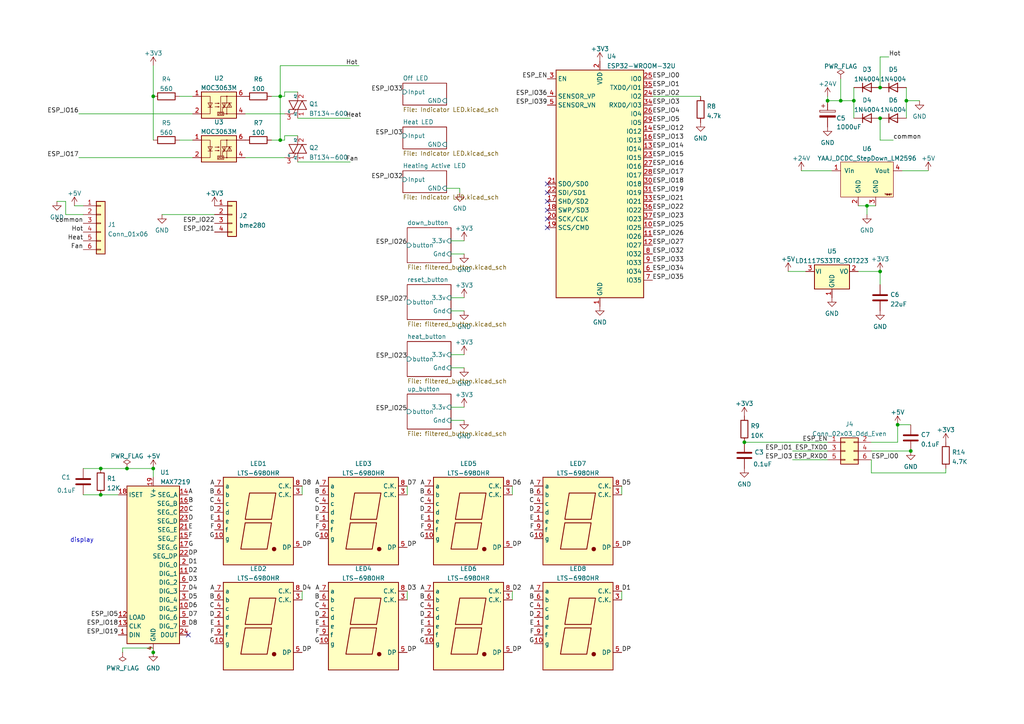
<source format=kicad_sch>
(kicad_sch (version 20211123) (generator eeschema)
  (paper "A4")
  (lib_symbols
    (symbol "Connector_Generic:Conn_01x04" (pin_names (offset 1.016) hide)
      (property "Reference" "J" (at 0 5.08 0))
      (property "Value" "Conn_01x04" (at 0 -7.62 0))
      (symbol "Conn_01x04_1_1"
        (rectangle (start -1.27 -4.953) (end 0 -5.207) (stroke (width 0.1524)))
        (rectangle (start -1.27 -2.413) (end 0 -2.667) (stroke (width 0.1524)))
        (rectangle (start -1.27 0.127) (end 0 -0.127) (stroke (width 0.1524)))
        (rectangle (start -1.27 2.667) (end 0 2.413) (stroke (width 0.1524)))
        (rectangle (start -1.27 3.81) (end 1.27 -6.35) (stroke (width 0.254)) (fill (type background)))
        (pin passive line (at -5.08 2.54 0) (length 3.81) (name "Pin_1") (number "1"))
        (pin passive line (at -5.08 0 0) (length 3.81) (name "Pin_2") (number "2"))
        (pin passive line (at -5.08 -2.54 0) (length 3.81) (name "Pin_3") (number "3"))
        (pin passive line (at -5.08 -5.08 0) (length 3.81) (name "Pin_4") (number "4"))
      )
    )
    (symbol "Connector_Generic:Conn_01x06" (pin_names (offset 1.016) hide)
      (property "Reference" "J" (at 0 7.62 0))
      (property "Value" "Conn_01x06" (at 0 -10.16 0))
      (symbol "Conn_01x06_1_1"
        (rectangle (start -1.27 -7.493) (end 0 -7.747) (stroke (width 0.1524)))
        (rectangle (start -1.27 -4.953) (end 0 -5.207) (stroke (width 0.1524)))
        (rectangle (start -1.27 -2.413) (end 0 -2.667) (stroke (width 0.1524)))
        (rectangle (start -1.27 0.127) (end 0 -0.127) (stroke (width 0.1524)))
        (rectangle (start -1.27 2.667) (end 0 2.413) (stroke (width 0.1524)))
        (rectangle (start -1.27 5.207) (end 0 4.953) (stroke (width 0.1524)))
        (rectangle (start -1.27 6.35) (end 1.27 -8.89) (stroke (width 0.254)) (fill (type background)))
        (pin passive line (at -5.08 5.08 0) (length 3.81) (name "Pin_1") (number "1"))
        (pin passive line (at -5.08 2.54 0) (length 3.81) (name "Pin_2") (number "2"))
        (pin passive line (at -5.08 0 0) (length 3.81) (name "Pin_3") (number "3"))
        (pin passive line (at -5.08 -2.54 0) (length 3.81) (name "Pin_4") (number "4"))
        (pin passive line (at -5.08 -5.08 0) (length 3.81) (name "Pin_5") (number "5"))
        (pin passive line (at -5.08 -7.62 0) (length 3.81) (name "Pin_6") (number "6"))
      )
    )
    (symbol "Connector_Generic:Conn_02x03_Odd_Even" (pin_names (offset 1.016) hide)
      (property "Reference" "J" (at 1.27 5.08 0))
      (property "Value" "Conn_02x03_Odd_Even" (at 1.27 -5.08 0))
      (symbol "Conn_02x03_Odd_Even_1_1"
        (rectangle (start -1.27 -2.413) (end 0 -2.667) (stroke (width 0.1524)))
        (rectangle (start -1.27 0.127) (end 0 -0.127) (stroke (width 0.1524)))
        (rectangle (start -1.27 2.667) (end 0 2.413) (stroke (width 0.1524)))
        (rectangle (start -1.27 3.81) (end 3.81 -3.81) (stroke (width 0.254)) (fill (type background)))
        (rectangle (start 3.81 -2.413) (end 2.54 -2.667) (stroke (width 0.1524)))
        (rectangle (start 3.81 0.127) (end 2.54 -0.127) (stroke (width 0.1524)))
        (rectangle (start 3.81 2.667) (end 2.54 2.413) (stroke (width 0.1524)))
        (pin passive line (at -5.08 2.54 0) (length 3.81) (name "Pin_1") (number "1"))
        (pin passive line (at 7.62 2.54 180) (length 3.81) (name "Pin_2") (number "2"))
        (pin passive line (at -5.08 0 0) (length 3.81) (name "Pin_3") (number "3"))
        (pin passive line (at 7.62 0 180) (length 3.81) (name "Pin_4") (number "4"))
        (pin passive line (at -5.08 -2.54 0) (length 3.81) (name "Pin_5") (number "5"))
        (pin passive line (at 7.62 -2.54 180) (length 3.81) (name "Pin_6") (number "6"))
      )
    )
    (symbol "Device:C" (pin_numbers hide) (pin_names (offset 0.254))
      (property "Reference" "C" (at 0.635 2.54 0))
      (property "Value" "C" (at 0.635 -2.54 0))
      (symbol "C_0_1"
        (polyline (pts (xy -2.032 -0.762) (xy 2.032 -0.762)) (stroke (width 0.508)))
        (polyline (pts (xy -2.032 0.762) (xy 2.032 0.762)) (stroke (width 0.508)))
      )
      (symbol "C_1_1"
        (pin passive line (at 0 3.81 270) (length 2.794) (name "~") (number "1"))
        (pin passive line (at 0 -3.81 90) (length 2.794) (name "~") (number "2"))
      )
    )
    (symbol "Device:C_Polarized" (pin_numbers hide) (pin_names (offset 0.254))
      (property "Reference" "C" (at 0.635 2.54 0))
      (property "Value" "C_Polarized" (at 0.635 -2.54 0))
      (symbol "C_Polarized_0_1"
        (rectangle (start -2.286 0.508) (end 2.286 1.016))
        (polyline (pts (xy -1.778 2.286) (xy -0.762 2.286)))
        (polyline (pts (xy -1.27 2.794) (xy -1.27 1.778)))
        (rectangle (start 2.286 -0.508) (end -2.286 -1.016) (fill (type outline)))
      )
      (symbol "C_Polarized_1_1"
        (pin passive line (at 0 3.81 270) (length 2.794) (name "~") (number "1"))
        (pin passive line (at 0 -3.81 90) (length 2.794) (name "~") (number "2"))
      )
    )
    (symbol "Device:R" (pin_numbers hide) (pin_names (offset 0))
      (property "Reference" "R" (at 2.032 0 90))
      (property "Value" "R" (at 0 0 90))
      (symbol "R_0_1"
        (rectangle (start -1.016 -2.54) (end 1.016 2.54) (stroke (width 0.254)))
      )
      (symbol "R_1_1"
        (pin passive line (at 0 3.81 270) (length 1.27) (name "~") (number "1"))
        (pin passive line (at 0 -3.81 90) (length 1.27) (name "~") (number "2"))
      )
    )
    (symbol "Diode:1N4004" (pin_numbers hide) (pin_names (offset 1.016) hide)
      (property "Reference" "D" (at 0 2.54 0))
      (property "Value" "1N4004" (at 0 -2.54 0))
      (symbol "1N4004_0_1"
        (polyline (pts (xy -1.27 1.27) (xy -1.27 -1.27)) (stroke (width 0.254)))
        (polyline (pts (xy 1.27 0) (xy -1.27 0)))
        (polyline (pts (xy 1.27 1.27) (xy 1.27 -1.27) (xy -1.27 0) (xy 1.27 1.27)) (stroke (width 0.254)))
      )
      (symbol "1N4004_1_1"
        (pin passive line (at -3.81 0 0) (length 2.54) (name "K") (number "1"))
        (pin passive line (at 3.81 0 180) (length 2.54) (name "A") (number "2"))
      )
    )
    (symbol "Display_Character:LTS-6980HR"
      (property "Reference" "AFF" (at -7.874 13.97 0))
      (property "Value" "LTS-6980HR" (at 4.064 13.97 0))
      (symbol "LTS-6980HR_0_1"
        (rectangle (start -10.16 12.7) (end 10.16 -12.7) (stroke (width 0.254)) (fill (type background)))
        (polyline (pts (xy -3.81 -0.508) (xy 3.81 -0.508) (xy 2.54 -8.128) (xy -5.08 -8.128) (xy -3.81 -0.508) (xy -3.81 -0.508)) (stroke (width 0.254)))
        (polyline (pts (xy -2.54 8.128) (xy 5.08 8.128) (xy 3.81 0.508) (xy -3.81 0.508) (xy -2.54 8.128) (xy -2.54 8.128)) (stroke (width 0.254)))
        (circle (center 4.572 -8.128) (radius 0.508) (stroke (width 0.254)) (fill (type outline)))
      )
      (symbol "LTS-6980HR_1_1"
        (pin passive line (at -12.7 0 0) (length 2.54) (name "e") (number "1"))
        (pin passive line (at -12.7 -5.08 0) (length 2.54) (name "g") (number "10"))
        (pin passive line (at -12.7 2.54 0) (length 2.54) (name "d") (number "2"))
        (pin passive line (at 12.7 7.62 180) (length 2.54) (name "C.K.") (number "3"))
        (pin passive line (at -12.7 5.08 0) (length 2.54) (name "c") (number "4"))
        (pin passive line (at 12.7 -7.62 180) (length 2.54) (name "DP") (number "5"))
        (pin passive line (at -12.7 7.62 0) (length 2.54) (name "b") (number "6"))
        (pin passive line (at -12.7 10.16 0) (length 2.54) (name "a") (number "7"))
        (pin passive line (at 12.7 10.16 180) (length 2.54) (name "C.K.") (number "8"))
        (pin passive line (at -12.7 -2.54 0) (length 2.54) (name "f") (number "9"))
      )
    )
    (symbol "Driver_LED:MAX7219"
      (property "Reference" "U" (at -6.35 24.13 0))
      (property "Value" "MAX7219" (at 1.27 25.4 0))
      (symbol "MAX7219_0_1"
        (rectangle (start -7.62 22.86) (end 7.62 -22.86) (stroke (width 0.254)) (fill (type background)))
      )
      (symbol "MAX7219_1_1"
        (pin input line (at -10.16 -20.32 0) (length 2.54) (name "DIN") (number "1"))
        (pin output line (at 10.16 -12.7 180) (length 2.54) (name "DIG_5") (number "10"))
        (pin output line (at 10.16 -2.54 180) (length 2.54) (name "DIG_1") (number "11"))
        (pin input line (at -10.16 -15.24 0) (length 2.54) (name "LOAD") (number "12"))
        (pin input line (at -10.16 -17.78 0) (length 2.54) (name "CLK") (number "13"))
        (pin output line (at 10.16 20.32 180) (length 2.54) (name "SEG_A") (number "14"))
        (pin output line (at 10.16 7.62 180) (length 2.54) (name "SEG_F") (number "15"))
        (pin output line (at 10.16 17.78 180) (length 2.54) (name "SEG_B") (number "16"))
        (pin output line (at 10.16 5.08 180) (length 2.54) (name "SEG_G") (number "17"))
        (pin input line (at -10.16 20.32 0) (length 2.54) (name "ISET") (number "18"))
        (pin power_in line (at 0 25.4 270) (length 2.54) (name "V+") (number "19"))
        (pin output line (at 10.16 0 180) (length 2.54) (name "DIG_0") (number "2"))
        (pin output line (at 10.16 15.24 180) (length 2.54) (name "SEG_C") (number "20"))
        (pin output line (at 10.16 10.16 180) (length 2.54) (name "SEG_E") (number "21"))
        (pin output line (at 10.16 2.54 180) (length 2.54) (name "SEG_DP") (number "22"))
        (pin output line (at 10.16 12.7 180) (length 2.54) (name "SEG_D") (number "23"))
        (pin output line (at 10.16 -20.32 180) (length 2.54) (name "DOUT") (number "24"))
        (pin output line (at 10.16 -10.16 180) (length 2.54) (name "DIG_4") (number "3"))
        (pin power_in line (at 0 -25.4 90) (length 2.54) (name "GND") (number "4"))
        (pin output line (at 10.16 -15.24 180) (length 2.54) (name "DIG_6") (number "5"))
        (pin output line (at 10.16 -5.08 180) (length 2.54) (name "DIG_2") (number "6"))
        (pin output line (at 10.16 -7.62 180) (length 2.54) (name "DIG_3") (number "7"))
        (pin output line (at 10.16 -17.78 180) (length 2.54) (name "DIG_7") (number "8"))
        (pin passive line (at 0 -25.4 90) (length 2.54) hide (name "GND") (number "9"))
      )
    )
    (symbol "Evan's misc parts:BT134-600" (pin_names (offset 0))
      (property "Reference" "Q" (at 5.08 1.905 0))
      (property "Value" "BT134-600" (at 5.08 0 0))
      (symbol "BT134-600_0_1"
        (polyline (pts (xy -2.54 -1.27) (xy 2.54 -1.27)) (stroke (width 0.2032)))
        (polyline (pts (xy -2.54 1.27) (xy 2.54 1.27)) (stroke (width 0.2032)))
        (polyline (pts (xy -1.27 -2.54) (xy -0.635 -1.27)))
        (polyline (pts (xy -2.54 1.27) (xy -1.27 -1.27) (xy 0 1.27)) (stroke (width 0.2032)))
        (polyline (pts (xy 0 -1.27) (xy 1.27 1.27) (xy 2.54 -1.27)) (stroke (width 0.2032)))
      )
      (symbol "BT134-600_1_1"
        (pin passive line (at 0 -3.81 90) (length 2.54) (name "A1") (number "1"))
        (pin passive line (at 0 3.81 270) (length 2.54) (name "A2") (number "2"))
        (pin input line (at -3.81 -2.54 0) (length 2.54) (name "G") (number "3"))
      )
    )
    (symbol "Evan's misc parts:YAAJ_DCDC_StepDown_LM2596" (pin_names (offset 1.016))
      (property "Reference" "U" (at -5.08 6.35 0))
      (property "Value" "YAAJ_DCDC_StepDown_LM2596" (at 0 11.43 0))
      (symbol "YAAJ_DCDC_StepDown_LM2596_0_1"
        (rectangle (start -7.62 5.08) (end 7.62 -5.08) (fill (type background)))
      )
      (symbol "YAAJ_DCDC_StepDown_LM2596_1_1"
        (text "Y@@V" (at 6.1976 -4.2672 0) (effects (font (size 0.508 0.508))))
        (pin power_in line (at -10.16 2.54 0) (length 2.54) (name "Vin") (number "1"))
        (pin power_in line (at -2.54 -7.62 90) (length 2.54) (name "GND") (number "2"))
        (pin power_in line (at 2.54 -7.62 90) (length 2.54) (name "GND") (number "3"))
        (pin power_out line (at 10.16 2.54 180) (length 2.54) (name "Vout") (number "4"))
      )
    )
    (symbol "RF_Module:ESP32-WROOM-32U"
      (property "Reference" "U" (at -12.7 34.29 0))
      (property "Value" "ESP32-WROOM-32U" (at 1.27 34.29 0))
      (symbol "ESP32-WROOM-32U_0_1"
        (rectangle (start -12.7 33.02) (end 12.7 -33.02) (stroke (width 0.254)) (fill (type background)))
      )
      (symbol "ESP32-WROOM-32U_1_1"
        (pin power_in line (at 0 -35.56 90) (length 2.54) (name "GND") (number "1"))
        (pin bidirectional line (at 15.24 -12.7 180) (length 2.54) (name "IO25") (number "10"))
        (pin bidirectional line (at 15.24 -15.24 180) (length 2.54) (name "IO26") (number "11"))
        (pin bidirectional line (at 15.24 -17.78 180) (length 2.54) (name "IO27") (number "12"))
        (pin bidirectional line (at 15.24 10.16 180) (length 2.54) (name "IO14") (number "13"))
        (pin bidirectional line (at 15.24 15.24 180) (length 2.54) (name "IO12") (number "14"))
        (pin passive line (at 0 -35.56 90) (length 2.54) hide (name "GND") (number "15"))
        (pin bidirectional line (at 15.24 12.7 180) (length 2.54) (name "IO13") (number "16"))
        (pin bidirectional line (at -15.24 -5.08 0) (length 2.54) (name "SHD/SD2") (number "17"))
        (pin bidirectional line (at -15.24 -7.62 0) (length 2.54) (name "SWP/SD3") (number "18"))
        (pin bidirectional line (at -15.24 -12.7 0) (length 2.54) (name "SCS/CMD") (number "19"))
        (pin power_in line (at 0 35.56 270) (length 2.54) (name "VDD") (number "2"))
        (pin bidirectional line (at -15.24 -10.16 0) (length 2.54) (name "SCK/CLK") (number "20"))
        (pin bidirectional line (at -15.24 0 0) (length 2.54) (name "SDO/SD0") (number "21"))
        (pin bidirectional line (at -15.24 -2.54 0) (length 2.54) (name "SDI/SD1") (number "22"))
        (pin bidirectional line (at 15.24 7.62 180) (length 2.54) (name "IO15") (number "23"))
        (pin bidirectional line (at 15.24 25.4 180) (length 2.54) (name "IO2") (number "24"))
        (pin bidirectional line (at 15.24 30.48 180) (length 2.54) (name "IO0") (number "25"))
        (pin bidirectional line (at 15.24 20.32 180) (length 2.54) (name "IO4") (number "26"))
        (pin bidirectional line (at 15.24 5.08 180) (length 2.54) (name "IO16") (number "27"))
        (pin bidirectional line (at 15.24 2.54 180) (length 2.54) (name "IO17") (number "28"))
        (pin bidirectional line (at 15.24 17.78 180) (length 2.54) (name "IO5") (number "29"))
        (pin input line (at -15.24 30.48 0) (length 2.54) (name "EN") (number "3"))
        (pin bidirectional line (at 15.24 0 180) (length 2.54) (name "IO18") (number "30"))
        (pin bidirectional line (at 15.24 -2.54 180) (length 2.54) (name "IO19") (number "31"))
        (pin no_connect line (at -12.7 -27.94 0) (length 2.54) hide (name "NC") (number "32"))
        (pin bidirectional line (at 15.24 -5.08 180) (length 2.54) (name "IO21") (number "33"))
        (pin bidirectional line (at 15.24 22.86 180) (length 2.54) (name "RXD0/IO3") (number "34"))
        (pin bidirectional line (at 15.24 27.94 180) (length 2.54) (name "TXD0/IO1") (number "35"))
        (pin bidirectional line (at 15.24 -7.62 180) (length 2.54) (name "IO22") (number "36"))
        (pin bidirectional line (at 15.24 -10.16 180) (length 2.54) (name "IO23") (number "37"))
        (pin passive line (at 0 -35.56 90) (length 2.54) hide (name "GND") (number "38"))
        (pin passive line (at 0 -35.56 90) (length 2.54) hide (name "GND") (number "39"))
        (pin input line (at -15.24 25.4 0) (length 2.54) (name "SENSOR_VP") (number "4"))
        (pin input line (at -15.24 22.86 0) (length 2.54) (name "SENSOR_VN") (number "5"))
        (pin input line (at 15.24 -25.4 180) (length 2.54) (name "IO34") (number "6"))
        (pin input line (at 15.24 -27.94 180) (length 2.54) (name "IO35") (number "7"))
        (pin bidirectional line (at 15.24 -20.32 180) (length 2.54) (name "IO32") (number "8"))
        (pin bidirectional line (at 15.24 -22.86 180) (length 2.54) (name "IO33") (number "9"))
      )
    )
    (symbol "Regulator_Linear:LD1117S33TR_SOT223" (pin_names (offset 0.254))
      (property "Reference" "U" (at -3.81 3.175 0))
      (property "Value" "LD1117S33TR_SOT223" (at 0 3.175 0))
      (symbol "LD1117S33TR_SOT223_0_1"
        (rectangle (start -5.08 -5.08) (end 5.08 1.905) (stroke (width 0.254)) (fill (type background)))
      )
      (symbol "LD1117S33TR_SOT223_1_1"
        (pin power_in line (at 0 -7.62 90) (length 2.54) (name "GND") (number "1"))
        (pin power_out line (at 7.62 0 180) (length 2.54) (name "VO") (number "2"))
        (pin power_in line (at -7.62 0 0) (length 2.54) (name "VI") (number "3"))
      )
    )
    (symbol "Relay_SolidState:MOC3063M"
      (property "Reference" "U" (at -5.08 5.08 0))
      (property "Value" "MOC3063M" (at 0 5.08 0))
      (symbol "MOC3063M_0_0"
        (rectangle (start -0.381 -2.032) (end 1.397 -3.048))
        (polyline (pts (xy 2.286 -2.54) (xy 1.397 -2.54)))
        (polyline (pts (xy 1.524 -0.635) (xy 1.016 -1.016) (xy 1.016 -2.032)))
        (text "ZCD" (at 0.508 -2.54 0) (effects (font (size 0.508 0.508))))
      )
      (symbol "MOC3063M_0_1"
        (rectangle (start -5.08 3.81) (end 5.08 -3.81) (stroke (width 0.254)) (fill (type background)))
        (polyline (pts (xy -3.175 -0.635) (xy -1.905 -0.635)))
        (polyline (pts (xy 1.524 -0.635) (xy 1.524 0.635)))
        (polyline (pts (xy 3.048 0.635) (xy 3.048 -0.635)))
        (polyline (pts (xy 2.286 -0.635) (xy 2.286 -2.54) (xy 5.08 -2.54)))
        (polyline (pts (xy 2.286 0.635) (xy 2.286 2.54) (xy 5.08 2.54)))
        (polyline (pts (xy 2.286 2.54) (xy 0.508 2.54) (xy 0.508 -2.032)))
        (polyline (pts (xy -5.08 2.54) (xy -2.54 2.54) (xy -2.54 -2.54) (xy -5.08 -2.54)))
        (polyline (pts (xy -2.54 -0.635) (xy -3.175 0.635) (xy -1.905 0.635) (xy -2.54 -0.635)))
        (polyline (pts (xy 0.889 -0.635) (xy 3.683 -0.635) (xy 3.048 0.635) (xy 2.413 -0.635)))
        (polyline (pts (xy 3.683 0.635) (xy 0.889 0.635) (xy 1.524 -0.635) (xy 2.159 0.635)))
        (polyline (pts (xy -1.143 -0.508) (xy 0.127 -0.508) (xy -0.254 -0.635) (xy -0.254 -0.381) (xy 0.127 -0.508)))
        (polyline (pts (xy -1.143 0.508) (xy 0.127 0.508) (xy -0.254 0.381) (xy -0.254 0.635) (xy 0.127 0.508)))
        (circle (center 2.286 -2.54) (radius 0.127))
        (circle (center 2.286 2.54) (radius 0.127))
      )
      (symbol "MOC3063M_1_1"
        (pin passive line (at -7.62 2.54 0) (length 2.54) (name "~") (number "1"))
        (pin passive line (at -7.62 -2.54 0) (length 2.54) (name "~") (number "2"))
        (pin no_connect line (at -5.08 0 0) (length 2.54) hide (name "NC") (number "3"))
        (pin passive line (at 7.62 -2.54 180) (length 2.54) (name "~") (number "4"))
        (pin no_connect line (at 5.08 0 180) (length 2.54) hide (name "NC") (number "5"))
        (pin passive line (at 7.62 2.54 180) (length 2.54) (name "~") (number "6"))
      )
    )
    (symbol "power:+24V" (power) (pin_names (offset 0))
      (property "Value" "+24V" (at 0 3.556 0))
      (symbol "+24V_0_1"
        (polyline (pts (xy -0.762 1.27) (xy 0 2.54)))
        (polyline (pts (xy 0 0) (xy 0 2.54)))
        (polyline (pts (xy 0 2.54) (xy 0.762 1.27)))
      )
      (symbol "+24V_1_1"
        (pin power_in line (at 0 0 90) (length 0) hide (name "+24V") (number "1"))
      )
    )
    (symbol "power:+3.3V" (power) (pin_names (offset 0))
      (property "Value" "+3.3V" (at 0 3.556 0))
      (symbol "+3.3V_0_1"
        (polyline (pts (xy -0.762 1.27) (xy 0 2.54)))
        (polyline (pts (xy 0 0) (xy 0 2.54)))
        (polyline (pts (xy 0 2.54) (xy 0.762 1.27)))
      )
      (symbol "+3.3V_1_1"
        (pin power_in line (at 0 0 90) (length 0) hide (name "+3V3") (number "1"))
      )
    )
    (symbol "power:+5V" (power) (pin_names (offset 0))
      (property "Value" "+5V" (at 0 3.556 0))
      (symbol "+5V_0_1"
        (polyline (pts (xy -0.762 1.27) (xy 0 2.54)))
        (polyline (pts (xy 0 0) (xy 0 2.54)))
        (polyline (pts (xy 0 2.54) (xy 0.762 1.27)))
      )
      (symbol "+5V_1_1"
        (pin power_in line (at 0 0 90) (length 0) hide (name "+5V") (number "1"))
      )
    )
    (symbol "power:GND" (power) (pin_names (offset 0))
      (property "Value" "GND" (at 0 -3.81 0))
      (symbol "GND_0_1"
        (polyline (pts (xy 0 0) (xy 0 -1.27) (xy 1.27 -1.27) (xy 0 -2.54) (xy -1.27 -1.27) (xy 0 -1.27)))
      )
      (symbol "GND_1_1"
        (pin power_in line (at 0 0 270) (length 0) hide (name "GND") (number "1"))
      )
    )
    (symbol "power:PWR_FLAG" (power) (pin_numbers hide) (pin_names (offset 0) hide)
      (property "Value" "PWR_FLAG" (at 0 3.81 0))
      (symbol "PWR_FLAG_0_0"
        (pin power_out line (at 0 0 90) (length 0) (name "pwr") (number "1"))
      )
      (symbol "PWR_FLAG_0_1"
        (polyline (pts (xy 0 0) (xy 0 1.27) (xy -1.016 1.905) (xy 0 2.54) (xy 1.016 1.905) (xy 0 1.27)))
      )
    )
  )
  (junction (at 260.35 123.19))
  (junction (at 215.9 128.27))
  (junction (at 81.28 27.94))
  (junction (at 264.16 130.81))
  (junction (at 255.27 34.29))
  (junction (at 240.03 29.21))
  (junction (at 44.45 135.89))
  (junction (at 247.65 29.21))
  (junction (at 243.84 29.21))
  (junction (at 44.45 189.23))
  (junction (at 81.28 40.64))
  (junction (at 36.83 135.89))
  (junction (at 44.45 27.94))
  (junction (at 255.27 25.4))
  (junction (at 255.27 78.74))
  (junction (at 251.46 59.69))
  (junction (at 262.89 29.21))
  (junction (at 29.21 135.89))
  (junction (at 29.21 143.51))
  (no_connect (at 158.75 58.42))
  (no_connect (at 158.75 66.04))
  (no_connect (at 158.75 53.34))
  (no_connect (at 158.75 60.96))
  (no_connect (at 158.75 55.88))
  (no_connect (at 158.75 63.5))
  (no_connect (at 54.61 184.15))
  (wire (pts (xy 130.81 86.36) (xy 134.62 86.36)))
  (wire (pts (xy 243.84 22.86) (xy 243.84 29.21)))
  (wire (pts (xy 148.59 140.97) (xy 148.59 143.51)))
  (wire (pts (xy 260.35 128.27) (xy 260.35 123.19)))
  (wire (pts (xy 255.27 40.64) (xy 259.08 40.64)))
  (wire (pts (xy 229.87 133.35) (xy 240.03 133.35)))
  (wire (pts (xy 22.86 45.72) (xy 55.88 45.72)))
  (wire (pts (xy 71.12 45.72) (xy 82.55 45.72)))
  (wire (pts (xy 78.74 27.94) (xy 81.28 27.94)))
  (wire (pts (xy 22.86 33.02) (xy 55.88 33.02)))
  (wire (pts (xy 52.07 27.94) (xy 55.88 27.94)))
  (wire (pts (xy 251.46 59.69) (xy 254 59.69)))
  (wire (pts (xy 78.74 40.64) (xy 81.28 40.64)))
  (wire (pts (xy 19.05 58.42) (xy 16.51 58.42)))
  (wire (pts (xy 180.34 140.97) (xy 180.34 143.51)))
  (wire (pts (xy 81.28 19.05) (xy 104.14 19.05)))
  (wire (pts (xy 44.45 135.89) (xy 36.83 135.89)))
  (wire (pts (xy 86.36 34.29) (xy 101.6 34.29)))
  (wire (pts (xy 44.45 27.94) (xy 44.45 40.64)))
  (wire (pts (xy 262.89 25.4) (xy 262.89 29.21)))
  (wire (pts (xy 81.28 40.64) (xy 82.55 40.64)))
  (wire (pts (xy 130.81 118.11) (xy 134.62 118.11)))
  (wire (pts (xy 252.73 133.35) (xy 252.73 137.16)))
  (wire (pts (xy 255.27 16.51) (xy 257.81 16.51)))
  (wire (pts (xy 24.13 135.89) (xy 29.21 135.89)))
  (wire (pts (xy 261.62 49.53) (xy 269.24 49.53)))
  (wire (pts (xy 118.11 171.45) (xy 118.11 173.99)))
  (wire (pts (xy 240.03 27.94) (xy 240.03 29.21)))
  (wire (pts (xy 248.92 59.69) (xy 251.46 59.69)))
  (wire (pts (xy 260.35 123.19) (xy 264.16 123.19)))
  (wire (pts (xy 255.27 34.29) (xy 255.27 40.64)))
  (wire (pts (xy 24.13 143.51) (xy 29.21 143.51)))
  (wire (pts (xy 44.45 187.96) (xy 35.56 187.96)))
  (wire (pts (xy 24.13 59.69) (xy 21.59 59.69)))
  (wire (pts (xy 252.73 128.27) (xy 260.35 128.27)))
  (wire (pts (xy 240.03 29.21) (xy 243.84 29.21)))
  (wire (pts (xy 251.46 59.69) (xy 251.46 62.23)))
  (wire (pts (xy 248.92 78.74) (xy 255.27 78.74)))
  (wire (pts (xy 46.99 62.23) (xy 62.23 62.23)))
  (wire (pts (xy 133.35 54.61) (xy 133.35 55.88)))
  (wire (pts (xy 252.73 130.81) (xy 264.16 130.81)))
  (wire (pts (xy 130.81 90.17) (xy 134.62 90.17)))
  (wire (pts (xy 180.34 171.45) (xy 180.34 173.99)))
  (wire (pts (xy 82.55 40.64) (xy 82.55 39.37)))
  (wire (pts (xy 262.89 29.21) (xy 262.89 34.29)))
  (wire (pts (xy 130.81 69.85) (xy 134.62 69.85)))
  (wire (pts (xy 189.23 27.94) (xy 203.2 27.94)))
  (wire (pts (xy 19.05 62.23) (xy 24.13 62.23)))
  (wire (pts (xy 232.41 49.53) (xy 241.3 49.53)))
  (wire (pts (xy 71.12 33.02) (xy 82.55 33.02)))
  (wire (pts (xy 228.6 78.74) (xy 233.68 78.74)))
  (wire (pts (xy 129.54 54.61) (xy 133.35 54.61)))
  (wire (pts (xy 255.27 25.4) (xy 255.27 16.51)))
  (wire (pts (xy 44.45 187.96) (xy 44.45 189.23)))
  (wire (pts (xy 36.83 135.89) (xy 29.21 135.89)))
  (wire (pts (xy 148.59 171.45) (xy 148.59 173.99)))
  (wire (pts (xy 35.56 187.96) (xy 35.56 189.23)))
  (wire (pts (xy 29.21 143.51) (xy 34.29 143.51)))
  (wire (pts (xy 118.11 140.97) (xy 118.11 143.51)))
  (wire (pts (xy 86.36 46.99) (xy 101.6 46.99)))
  (wire (pts (xy 130.81 73.66) (xy 134.62 73.66)))
  (wire (pts (xy 81.28 27.94) (xy 81.28 40.64)))
  (wire (pts (xy 44.45 19.05) (xy 44.45 27.94)))
  (wire (pts (xy 252.73 137.16) (xy 274.32 137.16)))
  (wire (pts (xy 82.55 27.94) (xy 82.55 26.67)))
  (wire (pts (xy 274.32 137.16) (xy 274.32 135.89)))
  (wire (pts (xy 19.05 62.23) (xy 19.05 58.42)))
  (wire (pts (xy 82.55 26.67) (xy 86.36 26.67)))
  (wire (pts (xy 52.07 40.64) (xy 55.88 40.64)))
  (wire (pts (xy 87.63 171.45) (xy 87.63 173.99)))
  (wire (pts (xy 82.55 39.37) (xy 86.36 39.37)))
  (wire (pts (xy 243.84 29.21) (xy 247.65 29.21)))
  (wire (pts (xy 130.81 121.92) (xy 134.62 121.92)))
  (wire (pts (xy 247.65 25.4) (xy 247.65 29.21)))
  (wire (pts (xy 81.28 27.94) (xy 81.28 19.05)))
  (wire (pts (xy 130.81 102.87) (xy 134.62 102.87)))
  (wire (pts (xy 247.65 29.21) (xy 247.65 34.29)))
  (wire (pts (xy 255.27 78.74) (xy 255.27 82.55)))
  (wire (pts (xy 81.28 27.94) (xy 82.55 27.94)))
  (wire (pts (xy 229.87 130.81) (xy 240.03 130.81)))
  (wire (pts (xy 44.45 138.43) (xy 44.45 135.89)))
  (wire (pts (xy 215.9 128.27) (xy 240.03 128.27)))
  (wire (pts (xy 130.81 106.68) (xy 134.62 106.68)))
  (wire (pts (xy 87.63 140.97) (xy 87.63 143.51)))
  (wire (pts (xy 262.89 29.21) (xy 266.7 29.21)))
  (text "display" (at 20.32 157.48 0) (effects (font (size 1.27 1.27)) (justify left bottom)))
  (label "G" (at 62.23 186.69 180))
  (label "ESP_IO16" (at 22.86 33.02 180))
  (label "ESP_IO32" (at 189.23 73.66 0))
  (label "E" (at 123.19 181.61 180))
  (label "D6" (at 54.61 176.53 0))
  (label "ESP_IO33" (at 189.23 76.2 0))
  (label "C" (at 92.71 146.05 180))
  (label "C" (at 92.71 176.53 180))
  (label "D" (at 92.71 179.07 180))
  (label "E" (at 62.23 151.13 180))
  (label "B" (at 62.23 173.99 180))
  (label "D" (at 123.19 148.59 180))
  (label "ESP_IO35" (at 189.23 81.28 0))
  (label "ESP_IO27" (at 189.23 71.12 0))
  (label "G" (at 62.23 156.21 180))
  (label "G" (at 92.71 156.21 180))
  (label "Fan" (at 24.13 72.39 180))
  (label "ESP_IO2" (at 189.23 27.94 0))
  (label "B" (at 54.61 146.05 0))
  (label "D1" (at 180.34 171.45 0))
  (label "C" (at 54.61 148.59 0))
  (label "Hot" (at 24.13 67.31 180))
  (label "D4" (at 87.63 171.45 0))
  (label "DP" (at 87.63 189.23 0))
  (label "D4" (at 54.61 171.45 0))
  (label "B" (at 123.19 173.99 180))
  (label "ESP_IO5" (at 34.29 179.07 180))
  (label "ESP_IO36" (at 158.75 27.94 180))
  (label "D" (at 154.94 148.59 180))
  (label "ESP_IO32" (at 116.84 52.07 180))
  (label "ESP_RXD0" (at 240.03 133.35 180))
  (label "B" (at 92.71 173.99 180))
  (label "A" (at 92.71 140.97 180))
  (label "D3" (at 118.11 171.45 0))
  (label "F" (at 54.61 156.21 0))
  (label "ESP_IO26" (at 118.11 71.12 180))
  (label "D" (at 54.61 151.13 0))
  (label "B" (at 62.23 143.51 180))
  (label "F" (at 154.94 184.15 180))
  (label "ESP_IO25" (at 118.11 119.38 180))
  (label "ESP_IO5" (at 189.23 35.56 0))
  (label "ESP_TXD0" (at 240.03 130.81 180))
  (label "E" (at 92.71 181.61 180))
  (label "D7" (at 54.61 179.07 0))
  (label "DP" (at 54.61 161.29 0))
  (label "D" (at 62.23 148.59 180))
  (label "DP" (at 148.59 189.23 0))
  (label "B" (at 154.94 173.99 180))
  (label "DP" (at 118.11 189.23 0))
  (label "ESP_IO34" (at 189.23 78.74 0))
  (label "C" (at 62.23 176.53 180))
  (label "E" (at 154.94 181.61 180))
  (label "ESP_IO12" (at 189.23 38.1 0))
  (label "Hot" (at 257.81 16.51 0))
  (label "ESP_EN" (at 158.75 22.86 180))
  (label "ESP_IO21" (at 189.23 58.42 0))
  (label "F" (at 92.71 184.15 180))
  (label "F" (at 123.19 184.15 180))
  (label "D2" (at 148.59 171.45 0))
  (label "ESP_IO18" (at 34.29 181.61 180))
  (label "Hot" (at 100.33 19.05 0))
  (label "B" (at 123.19 143.51 180))
  (label "DP" (at 180.34 189.23 0))
  (label "D3" (at 54.61 168.91 0))
  (label "D2" (at 54.61 166.37 0))
  (label "ESP_IO19" (at 34.29 184.15 180))
  (label "A" (at 92.71 171.45 180))
  (label "A" (at 123.19 140.97 180))
  (label "ESP_IO21" (at 62.23 67.31 180))
  (label "D" (at 62.23 179.07 180))
  (label "ESP_IO27" (at 118.11 87.63 180))
  (label "ESP_IO15" (at 189.23 45.72 0))
  (label "D7" (at 118.11 140.97 0))
  (label "G" (at 92.71 186.69 180))
  (label "G" (at 154.94 186.69 180))
  (label "ESP_IO3" (at 116.84 39.37 180))
  (label "D6" (at 148.59 140.97 0))
  (label "ESP_IO1" (at 229.87 130.81 180))
  (label "ESP_IO33" (at 116.84 26.67 180))
  (label "E" (at 54.61 153.67 0))
  (label "A" (at 62.23 171.45 180))
  (label "E" (at 62.23 181.61 180))
  (label "DP" (at 180.34 158.75 0))
  (label "F" (at 123.19 153.67 180))
  (label "D" (at 123.19 179.07 180))
  (label "D" (at 154.94 179.07 180))
  (label "A" (at 62.23 140.97 180))
  (label "G" (at 123.19 186.69 180))
  (label "ESP_IO18" (at 189.23 53.34 0))
  (label "Fan" (at 100.33 46.99 0))
  (label "D8" (at 87.63 140.97 0))
  (label "ESP_IO26" (at 189.23 68.58 0))
  (label "ESP_IO16" (at 189.23 48.26 0))
  (label "ESP_IO25" (at 189.23 66.04 0))
  (label "ESP_IO14" (at 189.23 43.18 0))
  (label "common" (at 259.08 40.64 0))
  (label "A" (at 154.94 140.97 180))
  (label "E" (at 92.71 151.13 180))
  (label "ESP_IO0" (at 252.73 133.35 0))
  (label "ESP_IO23" (at 189.23 63.5 0))
  (label "Heat" (at 100.33 34.29 0))
  (label "F" (at 62.23 153.67 180))
  (label "D8" (at 54.61 181.61 0))
  (label "D" (at 92.71 148.59 180))
  (label "ESP_IO39" (at 158.75 30.48 180))
  (label "B" (at 154.94 143.51 180))
  (label "G" (at 154.94 156.21 180))
  (label "F" (at 62.23 184.15 180))
  (label "ESP_IO4" (at 189.23 33.02 0))
  (label "Heat" (at 24.13 69.85 180))
  (label "D1" (at 54.61 163.83 0))
  (label "C" (at 154.94 176.53 180))
  (label "D5" (at 54.61 173.99 0))
  (label "DP" (at 148.59 158.75 0))
  (label "A" (at 123.19 171.45 180))
  (label "ESP_IO1" (at 189.23 25.4 0))
  (label "ESP_IO13" (at 189.23 40.64 0))
  (label "ESP_IO3" (at 229.87 133.35 180))
  (label "ESP_IO19" (at 189.23 55.88 0))
  (label "ESP_IO22" (at 189.23 60.96 0))
  (label "ESP_IO17" (at 22.86 45.72 180))
  (label "B" (at 92.71 143.51 180))
  (label "ESP_IO3" (at 189.23 30.48 0))
  (label "C" (at 62.23 146.05 180))
  (label "G" (at 54.61 158.75 0))
  (label "common" (at 24.13 64.77 180))
  (label "F" (at 154.94 153.67 180))
  (label "A" (at 154.94 171.45 180))
  (label "A" (at 54.61 143.51 0))
  (label "C" (at 123.19 146.05 180))
  (label "DP" (at 118.11 158.75 0))
  (label "ESP_EN" (at 240.03 128.27 180))
  (label "E" (at 123.19 151.13 180))
  (label "D5" (at 180.34 140.97 0))
  (label "ESP_IO22" (at 62.23 64.77 180))
  (label "ESP_IO17" (at 189.23 50.8 0))
  (label "ESP_IO0" (at 189.23 22.86 0))
  (label "C" (at 154.94 146.05 180))
  (label "F" (at 92.71 153.67 180))
  (label "DP" (at 87.63 158.75 0))
  (label "G" (at 123.19 156.21 180))
  (label "ESP_IO23" (at 118.11 104.14 180))
  (label "E" (at 154.94 151.13 180))
  (label "C" (at 123.19 176.53 180))
  (symbol (lib_id "power:+5V") (at 44.45 135.89 0) (unit 1)
    (property "Reference" "#PWR04" (effects hide))
    (property "Value" "+5V" (at 44.45 132.2855 0))
  )
  (symbol (lib_id "Relay_SolidState:MOC3063M") (at 63.5 43.18 0) (unit 1)
    (property "Reference" "U3" (at 63.5 35.4035 0))
    (property "Value" "MOC3063M" (at 63.5 38.1786 0))
    (property "Footprint" "Package_DIP:DIP-6_W7.62mm" (effects hide))
    (property "Datasheet" "https://www.onsemi.com/pub/Collateral/MOC3163M-D.pdf" (effects hide))
  )
  (symbol (lib_id "power:GND") (at 240.03 36.83 0) (unit 1)
    (property "Reference" "#PWR027" (effects hide))
    (property "Value" "GND" (at 240.03 41.3925 0))
  )
  (symbol (lib_id "Diode:1N4004") (at 251.46 34.29 0) (unit 1)
    (property "Reference" "D4" (at 251.46 29.0535 0))
    (property "Value" "1N4004" (at 251.46 31.8286 0))
    (property "Footprint" "Diode_SMD:D_SMA" (effects hide))
    (property "Datasheet" "http://www.vishay.com/docs/88503/1n4001.pdf" (effects hide))
  )
  (symbol (lib_id "Relay_SolidState:MOC3063M") (at 63.5 30.48 0) (unit 1)
    (property "Reference" "U2" (at 63.5 22.7035 0))
    (property "Value" "MOC3063M" (at 63.5 25.4786 0))
    (property "Footprint" "Package_DIP:DIP-6_W7.62mm" (effects hide))
    (property "Datasheet" "https://www.onsemi.com/pub/Collateral/MOC3163M-D.pdf" (effects hide))
  )
  (symbol (lib_id "power:GND") (at 133.35 55.88 0) (unit 1)
    (property "Reference" "#PWR08" (effects hide))
    (property "Value" "GND" (at 133.35 60.4425 0))
  )
  (symbol (lib_id "power:+3.3V") (at 134.62 102.87 0) (unit 1)
    (property "Reference" "#PWR013" (effects hide))
    (property "Value" "+3.3V" (at 134.62 99.2655 0))
  )
  (symbol (lib_id "Device:R") (at 48.26 40.64 90) (unit 1)
    (property "Reference" "R5" (at 48.26 35.6575 90))
    (property "Value" "560" (at 48.26 38.4326 90))
    (property "Footprint" "Resistor_SMD:R_0603_1608Metric" (effects hide))
  )
  (symbol (lib_id "power:GND") (at 215.9 135.89 0) (unit 1)
    (property "Reference" "#PWR022" (effects hide))
    (property "Value" "GND" (at 215.9 140.4525 0))
  )
  (symbol (lib_id "Diode:1N4004") (at 251.46 25.4 0) (unit 1)
    (property "Reference" "D3" (at 251.46 20.1635 0))
    (property "Value" "1N4004" (at 251.46 22.9386 0))
    (property "Footprint" "Diode_SMD:D_SMA" (effects hide))
    (property "Datasheet" "http://www.vishay.com/docs/88503/1n4001.pdf" (effects hide))
  )
  (symbol (lib_id "power:GND") (at 46.99 62.23 0) (unit 1)
    (property "Reference" "#PWR06" (effects hide))
    (property "Value" "GND" (at 46.99 66.7925 0))
  )
  (symbol (lib_id "power:GND") (at 173.99 88.9 0) (unit 1)
    (property "Reference" "#PWR017" (effects hide))
    (property "Value" "GND" (at 173.99 93.4625 0))
  )
  (symbol (lib_id "Connector_Generic:Conn_01x04") (at 67.31 62.23 0) (unit 1)
    (property "Reference" "J2" (at 69.342 62.5915 0) (effects (justify left)))
    (property "Value" "bme280" (at 69.342 65.3666 0) (effects (justify left)))
    (property "Footprint" "Connector_PinHeader_2.54mm:PinHeader_1x04_P2.54mm_Vertical" (effects hide))
  )
  (symbol (lib_id "Display_Character:LTS-6980HR") (at 135.89 151.13 0) (unit 1)
    (property "Reference" "LED5" (at 135.89 134.4635 0))
    (property "Value" "LTS-6980HR" (at 135.89 137.2386 0))
    (property "Footprint" "Display_7Segment:7SegmentLED_LTS6760_LTS6780" (effects hide))
    (property "Datasheet" "http://datasheet.octopart.com/LTS-6960HR-Lite-On-datasheet-11803242.pdf" (effects hide))
  )
  (symbol (lib_id "Diode:1N4004") (at 259.08 25.4 0) (unit 1)
    (property "Reference" "D5" (at 259.08 20.1635 0))
    (property "Value" "1N4004" (at 259.08 22.9386 0))
    (property "Footprint" "Diode_SMD:D_SMA" (effects hide))
    (property "Datasheet" "http://www.vishay.com/docs/88503/1n4001.pdf" (effects hide))
  )
  (symbol (lib_id "Device:R") (at 48.26 27.94 90) (unit 1)
    (property "Reference" "R4" (at 48.26 22.9575 90))
    (property "Value" "560" (at 48.26 25.7326 90))
    (property "Footprint" "Resistor_SMD:R_0603_1608Metric" (effects hide))
  )
  (symbol (lib_id "power:GND") (at 203.2 35.56 0) (unit 1)
    (property "Reference" "#PWR018" (effects hide))
    (property "Value" "GND" (at 203.2 40.1225 0))
  )
  (symbol (lib_id "Regulator_Linear:LD1117S33TR_SOT223") (at 241.3 78.74 0) (unit 1)
    (property "Reference" "U5" (at 241.3 72.8685 0))
    (property "Value" "LD1117S33TR_SOT223" (at 241.3 75.6436 0))
    (property "Footprint" "Package_TO_SOT_SMD:SOT-223-3_TabPin2" (effects hide))
    (property "Datasheet" "http://www.st.com/st-web-ui/static/active/en/resource/technical/document/datasheet/CD00000544.pdf" (effects hide))
  )
  (symbol (lib_id "Diode:1N4004") (at 259.08 34.29 0) (unit 1)
    (property "Reference" "D6" (at 259.08 29.0535 0))
    (property "Value" "1N4004" (at 259.08 31.8286 0))
    (property "Footprint" "Diode_SMD:D_SMA" (effects hide))
    (property "Datasheet" "http://www.vishay.com/docs/88503/1n4001.pdf" (effects hide))
  )
  (symbol (lib_id "Connector_Generic:Conn_02x03_Odd_Even") (at 245.11 130.81 0) (unit 1)
    (property "Reference" "J4" (at 246.38 123.0335 0))
    (property "Value" "Conn_02x03_Odd_Even" (at 246.38 125.8086 0))
    (property "Footprint" "Connector_PinHeader_2.54mm:PinHeader_2x03_P2.54mm_Horizontal" (effects hide))
  )
  (symbol (lib_id "Display_Character:LTS-6980HR") (at 74.93 151.13 0) (unit 1)
    (property "Reference" "LED1" (at 74.93 134.4635 0))
    (property "Value" "LTS-6980HR" (at 74.93 137.2386 0))
    (property "Footprint" "Display_7Segment:7SegmentLED_LTS6760_LTS6780" (effects hide))
    (property "Datasheet" "http://datasheet.octopart.com/LTS-6960HR-Lite-On-datasheet-11803242.pdf" (effects hide))
  )
  (symbol (lib_id "power:+3.3V") (at 173.99 17.78 0) (unit 1)
    (property "Reference" "#PWR?" (effects hide))
    (property "Value" "+3.3V" (at 173.99 14.1755 0))
  )
  (symbol (lib_id "power:GND") (at 255.27 90.17 0) (unit 1)
    (property "Reference" "#PWR031" (effects hide))
    (property "Value" "GND" (at 255.27 94.7325 0))
  )
  (symbol (lib_id "power:GND") (at 44.45 189.23 0) (unit 1)
    (property "Reference" "#PWR05" (effects hide))
    (property "Value" "GND" (at 44.45 193.7925 0))
  )
  (symbol (lib_id "Evan's misc parts:BT134-600") (at 86.36 43.18 0) (unit 1)
    (property "Reference" "Q2" (at 89.6366 42.8557 0) (effects (justify left)))
    (property "Value" "BT134-600" (at 89.6366 45.6308 0) (effects (justify left)))
    (property "Footprint" "Package_TO_SOT_THT:TO-126-3_Horizontal_TabDown" (effects hide))
    (property "Datasheet" "https://www.mouser.com/datasheet/2/302/BT134_SERIES_1-79951.pdf" (effects hide))
  )
  (symbol (lib_id "power:GND") (at 134.62 73.66 0) (unit 1)
    (property "Reference" "#PWR010" (effects hide))
    (property "Value" "GND" (at 134.62 78.2225 0))
  )
  (symbol (lib_id "Device:R") (at 29.21 139.7 0) (unit 1)
    (property "Reference" "R1" (at 30.988 138.7915 0) (effects (justify left)))
    (property "Value" "12K" (at 30.988 141.5666 0) (effects (justify left)))
    (property "Footprint" "Resistor_SMD:R_0603_1608Metric" (effects hide))
  )
  (symbol (lib_id "power:+24V") (at 240.03 27.94 0) (unit 1)
    (property "Reference" "#PWR026" (effects hide))
    (property "Value" "+24V" (at 240.03 24.3355 0))
  )
  (symbol (lib_id "Device:C") (at 215.9 132.08 0) (unit 1)
    (property "Reference" "C3" (at 218.821 131.1715 0) (effects (justify left)))
    (property "Value" "0.1uF" (at 218.44 134.62 0) (effects (justify left)))
    (property "Footprint" "Capacitor_SMD:C_0603_1608Metric" (effects hide))
  )
  (symbol (lib_id "power:+3.3V") (at 134.62 86.36 0) (unit 1)
    (property "Reference" "#PWR011" (effects hide))
    (property "Value" "+3.3V" (at 134.62 82.7555 0))
  )
  (symbol (lib_id "Device:R") (at 215.9 124.46 0) (unit 1)
    (property "Reference" "R9" (at 217.678 123.5515 0) (effects (justify left)))
    (property "Value" "10K" (at 217.678 126.3266 0) (effects (justify left)))
    (property "Footprint" "Resistor_SMD:R_0603_1608Metric" (effects hide))
  )
  (symbol (lib_id "Display_Character:LTS-6980HR") (at 167.64 181.61 0) (unit 1)
    (property "Reference" "LED8" (at 167.64 164.9435 0))
    (property "Value" "LTS-6980HR" (at 167.64 167.7186 0))
    (property "Footprint" "Display_7Segment:7SegmentLED_LTS6760_LTS6780" (effects hide))
    (property "Datasheet" "http://datasheet.octopart.com/LTS-6960HR-Lite-On-datasheet-11803242.pdf" (effects hide))
  )
  (symbol (lib_id "Display_Character:LTS-6980HR") (at 74.93 181.61 0) (unit 1)
    (property "Reference" "LED2" (at 74.93 164.9435 0))
    (property "Value" "LTS-6980HR" (at 74.93 167.7186 0))
    (property "Footprint" "Display_7Segment:7SegmentLED_LTS6760_LTS6780" (effects hide))
    (property "Datasheet" "http://datasheet.octopart.com/LTS-6960HR-Lite-On-datasheet-11803242.pdf" (effects hide))
  )
  (symbol (lib_id "Connector_Generic:Conn_01x06") (at 29.21 64.77 0) (unit 1)
    (property "Reference" "J1" (at 31.242 65.1315 0) (effects (justify left)))
    (property "Value" "Conn_01x06" (at 31.242 67.9066 0) (effects (justify left)))
    (property "Footprint" "Connector_Phoenix_MC:PhoenixContact_MC_1,5_6-G-3.5_1x06_P3.50mm_Horizontal" (effects hide))
  )
  (symbol (lib_id "power:GND") (at 134.62 106.68 0) (unit 1)
    (property "Reference" "#PWR014" (effects hide))
    (property "Value" "GND" (at 134.62 111.2425 0))
  )
  (symbol (lib_id "Display_Character:LTS-6980HR") (at 105.41 181.61 0) (unit 1)
    (property "Reference" "LED4" (at 105.41 164.9435 0))
    (property "Value" "LTS-6980HR" (at 105.41 167.7186 0))
    (property "Footprint" "Display_7Segment:7SegmentLED_LTS6760_LTS6780" (effects hide))
    (property "Datasheet" "http://datasheet.octopart.com/LTS-6960HR-Lite-On-datasheet-11803242.pdf" (effects hide))
  )
  (symbol (lib_id "power:+3.3V") (at 62.23 59.69 0) (unit 1)
    (property "Reference" "#PWR07" (effects hide))
    (property "Value" "+3.3V" (at 62.23 56.0855 0))
  )
  (symbol (lib_id "Device:R") (at 274.32 132.08 0) (unit 1)
    (property "Reference" "R14" (at 276.098 131.1715 0) (effects (justify left)))
    (property "Value" "4.7K" (at 276.098 133.9466 0) (effects (justify left)))
    (property "Footprint" "Resistor_SMD:R_0603_1608Metric" (effects hide))
  )
  (symbol (lib_id "power:+24V") (at 232.41 49.53 0) (unit 1)
    (property "Reference" "#PWR025" (effects hide))
    (property "Value" "+24V" (at 232.41 45.9255 0))
  )
  (symbol (lib_id "power:+5V") (at 269.24 49.53 0) (unit 1)
    (property "Reference" "#PWR035" (effects hide))
    (property "Value" "+5V" (at 269.24 45.9255 0))
  )
  (symbol (lib_id "Evan's misc parts:YAAJ_DCDC_StepDown_LM2596") (at 251.46 52.07 0) (unit 1)
    (property "Reference" "U6" (at 251.46 43.1505 0))
    (property "Value" "YAAJ_DCDC_StepDown_LM2596" (at 251.46 45.9256 0))
    (property "Footprint" "Evan's misc parts:YAAJ_DCDC_StepDown_LM2596" (effects hide))
  )
  (symbol (lib_id "power:GND") (at 134.62 90.17 0) (unit 1)
    (property "Reference" "#PWR012" (effects hide))
    (property "Value" "GND" (at 134.62 94.7325 0))
  )
  (symbol (lib_id "Device:R") (at 74.93 40.64 90) (unit 1)
    (property "Reference" "R7" (at 74.93 35.6575 90))
    (property "Value" "100" (at 74.93 38.4326 90))
    (property "Footprint" "Resistor_SMD:R_0603_1608Metric" (effects hide))
  )
  (symbol (lib_id "Device:C") (at 24.13 139.7 0) (unit 1)
    (property "Reference" "C1" (at 17.78 138.43 0) (effects (justify left)))
    (property "Value" "0.1uF" (at 16.51 142.24 0) (effects (justify left)))
    (property "Footprint" "Capacitor_SMD:C_0603_1608Metric" (effects hide))
  )
  (symbol (lib_id "power:+5V") (at 260.35 123.19 0) (unit 1)
    (property "Reference" "#PWR032" (effects hide))
    (property "Value" "+5V" (at 260.35 119.5855 0))
  )
  (symbol (lib_id "power:+3.3V") (at 274.32 128.27 0) (unit 1)
    (property "Reference" "#PWR039" (effects hide))
    (property "Value" "+3.3V" (at 274.32 124.6655 0))
  )
  (symbol (lib_id "power:+3.3V") (at 255.27 78.74 0) (unit 1)
    (property "Reference" "#PWR030" (effects hide))
    (property "Value" "+3.3V" (at 255.27 75.1355 0))
  )
  (symbol (lib_id "Display_Character:LTS-6980HR") (at 135.89 181.61 0) (unit 1)
    (property "Reference" "LED6" (at 135.89 164.9435 0))
    (property "Value" "LTS-6980HR" (at 135.89 167.7186 0))
    (property "Footprint" "Display_7Segment:7SegmentLED_LTS6760_LTS6780" (effects hide))
    (property "Datasheet" "http://datasheet.octopart.com/LTS-6960HR-Lite-On-datasheet-11803242.pdf" (effects hide))
  )
  (symbol (lib_id "power:GND") (at 16.51 58.42 0) (unit 1)
    (property "Reference" "#PWR01" (effects hide))
    (property "Value" "GND" (at 16.51 62.9825 0))
  )
  (symbol (lib_id "power:PWR_FLAG") (at 243.84 22.86 0) (unit 1)
    (property "Reference" "#FLG03" (effects hide))
    (property "Value" "PWR_FLAG" (at 243.84 19.2555 0))
  )
  (symbol (lib_id "power:+5V") (at 21.59 59.69 0) (unit 1)
    (property "Reference" "#PWR02" (effects hide))
    (property "Value" "+5V" (at 21.59 56.0855 0))
  )
  (symbol (lib_id "power:GND") (at 266.7 29.21 0) (unit 1)
    (property "Reference" "#PWR034" (effects hide))
    (property "Value" "GND" (at 266.7 33.7725 0))
  )
  (symbol (lib_id "power:+3.3V") (at 215.9 120.65 0) (unit 1)
    (property "Reference" "#PWR021" (effects hide))
    (property "Value" "+3.3V" (at 215.9 117.0455 0))
  )
  (symbol (lib_id "Device:R") (at 74.93 27.94 90) (unit 1)
    (property "Reference" "R6" (at 74.93 22.9575 90))
    (property "Value" "100" (at 74.93 25.7326 90))
    (property "Footprint" "Resistor_SMD:R_0603_1608Metric" (effects hide))
  )
  (symbol (lib_id "Device:C_Polarized") (at 240.03 33.02 0) (unit 1)
    (property "Reference" "C5" (at 242.57 34.29 0) (effects (justify left)))
    (property "Value" "1000uF" (at 242.57 36.83 0) (effects (justify left)))
    (property "Footprint" "Capacitor_THT:CP_Radial_D7.5mm_P2.50mm" (effects hide))
  )
  (symbol (lib_id "Display_Character:LTS-6980HR") (at 167.64 151.13 0) (unit 1)
    (property "Reference" "LED7" (at 167.64 134.4635 0))
    (property "Value" "LTS-6980HR" (at 167.64 137.2386 0))
    (property "Footprint" "Display_7Segment:7SegmentLED_LTS6760_LTS6780" (effects hide))
    (property "Datasheet" "http://datasheet.octopart.com/LTS-6960HR-Lite-On-datasheet-11803242.pdf" (effects hide))
  )
  (symbol (lib_id "Device:C") (at 255.27 86.36 0) (unit 1)
    (property "Reference" "C6" (at 258.191 85.4515 0) (effects (justify left)))
    (property "Value" "22uF" (at 258.191 88.2266 0) (effects (justify left)))
    (property "Footprint" "Capacitor_THT:CP_Radial_D5.0mm_P2.00mm" (effects hide))
  )
  (symbol (lib_id "Driver_LED:MAX7219") (at 44.45 163.83 0) (unit 1)
    (property "Reference" "U1" (at 46.4694 137.0035 0) (effects (justify left)))
    (property "Value" "MAX7219" (at 46.4694 139.7786 0) (effects (justify left)))
    (property "Footprint" "Package_SO:SOP-24_7.5x15.4mm_P1.27mm" (effects hide))
    (property "Datasheet" "https://datasheets.maximintegrated.com/en/ds/MAX7219-MAX7221.pdf" (effects hide))
  )
  (symbol (lib_id "Device:C") (at 264.16 127 0) (unit 1)
    (property "Reference" "C7" (at 267.081 126.0915 0) (effects (justify left)))
    (property "Value" "0.1uF" (at 267.081 128.8666 0) (effects (justify left)))
    (property "Footprint" "Capacitor_SMD:C_0603_1608Metric" (effects hide))
  )
  (symbol (lib_id "Display_Character:LTS-6980HR") (at 105.41 151.13 0) (unit 1)
    (property "Reference" "LED3" (at 105.41 134.4635 0))
    (property "Value" "LTS-6980HR" (at 105.41 137.2386 0))
    (property "Footprint" "Display_7Segment:7SegmentLED_LTS6760_LTS6780" (effects hide))
    (property "Datasheet" "http://datasheet.octopart.com/LTS-6960HR-Lite-On-datasheet-11803242.pdf" (effects hide))
  )
  (symbol (lib_id "power:+5V") (at 228.6 78.74 0) (unit 1)
    (property "Reference" "#PWR024" (effects hide))
    (property "Value" "+5V" (at 228.6 75.1355 0))
  )
  (symbol (lib_id "power:GND") (at 134.62 121.92 0) (unit 1)
    (property "Reference" "#PWR016" (effects hide))
    (property "Value" "GND" (at 134.62 126.4825 0))
  )
  (symbol (lib_id "power:+3.3V") (at 134.62 69.85 0) (unit 1)
    (property "Reference" "#PWR09" (effects hide))
    (property "Value" "+3.3V" (at 134.62 66.2455 0))
  )
  (symbol (lib_id "power:PWR_FLAG") (at 36.83 135.89 0) (unit 1)
    (property "Reference" "#FLG02" (effects hide))
    (property "Value" "PWR_FLAG" (at 36.83 132.2855 0))
  )
  (symbol (lib_id "power:PWR_FLAG") (at 35.56 189.23 180) (unit 1)
    (property "Reference" "#FLG01" (effects hide))
    (property "Value" "PWR_FLAG" (at 35.56 193.7925 0))
  )
  (symbol (lib_id "Device:R") (at 203.2 31.75 0) (unit 1)
    (property "Reference" "R8" (at 204.978 30.8415 0) (effects (justify left)))
    (property "Value" "4.7k" (at 204.978 33.6166 0) (effects (justify left)))
    (property "Footprint" "Resistor_SMD:R_0603_1608Metric" (effects hide))
  )
  (symbol (lib_id "power:+3.3V") (at 44.45 19.05 0) (unit 1)
    (property "Reference" "#PWR03" (effects hide))
    (property "Value" "+3.3V" (at 44.45 15.4455 0))
  )
  (symbol (lib_id "RF_Module:ESP32-WROOM-32U") (at 173.99 53.34 0) (unit 1)
    (property "Reference" "U4" (at 176.0094 16.3535 0) (effects (justify left)))
    (property "Value" "ESP32-WROOM-32U" (at 176.0094 19.1286 0) (effects (justify left)))
    (property "Footprint" "RF_Module:ESP32-WROOM-32U" (effects hide))
    (property "Datasheet" "https://www.espressif.com/sites/default/files/documentation/esp32-wroom-32d_esp32-wroom-32u_datasheet_en.pdf" (effects hide))
  )
  (symbol (lib_id "power:GND") (at 251.46 62.23 0) (unit 1)
    (property "Reference" "#PWR029" (effects hide))
    (property "Value" "GND" (at 251.46 66.7925 0))
  )
  (symbol (lib_id "power:+3.3V") (at 134.62 118.11 0) (unit 1)
    (property "Reference" "#PWR015" (effects hide))
    (property "Value" "+3.3V" (at 134.62 114.5055 0))
  )
  (symbol (lib_id "power:GND") (at 264.16 130.81 0) (unit 1)
    (property "Reference" "#PWR033" (effects hide))
    (property "Value" "GND" (at 264.16 135.3725 0))
  )
  (symbol (lib_id "power:GND") (at 241.3 86.36 0) (unit 1)
    (property "Reference" "#PWR028" (effects hide))
    (property "Value" "GND" (at 241.3 90.9225 0))
  )
  (symbol (lib_id "Evan's misc parts:BT134-600") (at 86.36 30.48 0) (unit 1)
    (property "Reference" "Q1" (at 89.6366 30.1557 0) (effects (justify left)))
    (property "Value" "BT134-600" (at 89.6366 32.9308 0) (effects (justify left)))
    (property "Footprint" "Package_TO_SOT_THT:TO-126-3_Horizontal_TabDown" (effects hide))
    (property "Datasheet" "https://www.mouser.com/datasheet/2/302/BT134_SERIES_1-79951.pdf" (effects hide))
  )
  (sheet (at 116.84 24.13) (size 12.7 6.35) (stroke (width 0.1524))
    (property "Sheet name" "Off LED" (at 116.84 23.4184 0) (effects (justify left bottom)))
    (property "Sheet file" "Indicator LED.kicad_sch" (at 116.84 31.0646 0) (effects (justify left top)))
    (pin "Input" input (at 116.84 26.67 180))
    (pin "GND" input (at 129.54 29.21 0))
  )
  (sheet (at 116.84 49.53) (size 12.7 6.35) (stroke (width 0.1524))
    (property "Sheet name" "Heating Active LED" (at 116.84 48.8184 0) (effects (justify left bottom)))
    (property "Sheet file" "Indicator LED.kicad_sch" (at 116.84 56.4646 0) (effects (justify left top)))
    (pin "Input" input (at 116.84 52.07 180))
    (pin "GND" input (at 129.54 54.61 0))
  )
  (sheet (at 118.11 66.04) (size 12.7 10.16) (stroke (width 0.1524))
    (property "Sheet name" "down_button" (at 118.11 65.3284 0) (effects (justify left bottom)))
    (property "Sheet file" "filtered_button.kicad_sch" (at 118.11 76.7846 0) (effects (justify left top)))
    (pin "Gnd" input (at 130.81 73.66 0))
    (pin "button" input (at 118.11 71.12 180))
    (pin "3.3v" input (at 130.81 69.85 0))
  )
  (sheet (at 118.11 99.06) (size 12.7 10.16) (stroke (width 0.1524))
    (property "Sheet name" "heat_button" (at 118.11 98.3484 0) (effects (justify left bottom)))
    (property "Sheet file" "filtered_button.kicad_sch" (at 118.11 109.8046 0) (effects (justify left top)))
    (pin "Gnd" input (at 130.81 106.68 0))
    (pin "button" input (at 118.11 104.14 180))
    (pin "3.3v" input (at 130.81 102.87 0))
  )
  (sheet (at 116.84 36.83) (size 12.7 6.35) (stroke (width 0.1524))
    (property "Sheet name" "Heat LED" (at 116.84 36.1184 0) (effects (justify left bottom)))
    (property "Sheet file" "Indicator LED.kicad_sch" (at 116.84 43.7646 0) (effects (justify left top)))
    (pin "Input" input (at 116.84 39.37 180))
    (pin "GND" input (at 129.54 41.91 0))
  )
  (sheet (at 118.11 82.55) (size 12.7 10.16) (stroke (width 0.1524))
    (property "Sheet name" "reset_button" (at 118.11 81.8384 0) (effects (justify left bottom)))
    (property "Sheet file" "filtered_button.kicad_sch" (at 118.11 93.2946 0) (effects (justify left top)))
    (pin "Gnd" input (at 130.81 90.17 0))
    (pin "button" input (at 118.11 87.63 180))
    (pin "3.3v" input (at 130.81 86.36 0))
  )
  (sheet (at 118.11 114.3) (size 12.7 10.16) (stroke (width 0.1524))
    (property "Sheet name" "up_button" (at 118.11 113.5884 0) (effects (justify left bottom)))
    (property "Sheet file" "filtered_button.kicad_sch" (at 118.11 125.0446 0) (effects (justify left top)))
    (pin "Gnd" input (at 130.81 121.92 0))
    (pin "button" input (at 118.11 119.38 180))
    (pin "3.3v" input (at 130.81 118.11 0))
  )
)
</source>
